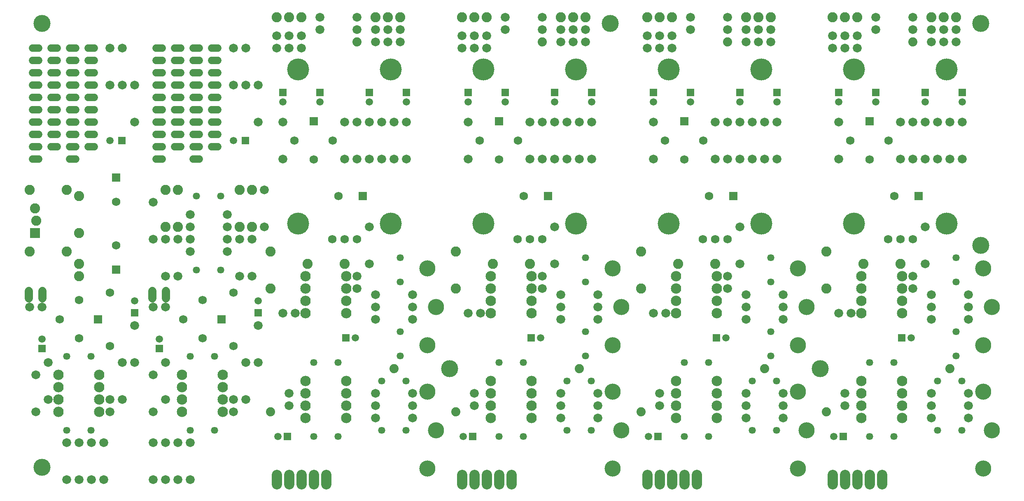
<source format=gbs>
G75*
%MOIN*%
%OFA0B0*%
%FSLAX25Y25*%
%IPPOS*%
%LPD*%
%AMOC8*
5,1,8,0,0,1.08239X$1,22.5*
%
%ADD10C,0.07200*%
%ADD11C,0.13068*%
%ADD12C,0.07400*%
%ADD13C,0.05753*%
%ADD14C,0.08400*%
%ADD15C,0.08200*%
%ADD16R,0.05950X0.05950*%
%ADD17C,0.05950*%
%ADD18C,0.06800*%
%ADD19C,0.17800*%
%ADD20R,0.06800X0.06800*%
%ADD21C,0.06800*%
%ADD22C,0.06000*%
%ADD23C,0.13800*%
%ADD24C,0.08200*%
%ADD25R,0.08200X0.08200*%
D10*
X0117595Y0295000D03*
X0127595Y0295000D03*
X0137595Y0295000D03*
X0147595Y0295000D03*
X0147595Y0325000D03*
X0137595Y0325000D03*
X0127595Y0325000D03*
X0117595Y0325000D03*
X0092595Y0350000D03*
X0102595Y0360000D03*
X0092595Y0380000D03*
X0102595Y0390000D03*
X0152595Y0360000D03*
X0152595Y0350000D03*
X0162595Y0360000D03*
X0187595Y0350000D03*
X0197595Y0360000D03*
X0187595Y0380000D03*
X0197595Y0390000D03*
X0172595Y0390000D03*
X0162595Y0390000D03*
X0172595Y0420000D03*
X0187595Y0435000D03*
X0197595Y0435000D03*
X0197595Y0460000D03*
X0207595Y0460000D03*
X0217595Y0480000D03*
X0217595Y0490000D03*
X0207595Y0490000D03*
X0197595Y0490000D03*
X0187595Y0490000D03*
X0187595Y0520000D03*
X0217595Y0510000D03*
X0217595Y0500000D03*
X0247595Y0500000D03*
X0247595Y0490000D03*
X0247595Y0480000D03*
X0257595Y0490000D03*
X0267595Y0490000D03*
X0277595Y0500000D03*
X0247595Y0510000D03*
X0277595Y0530000D03*
X0292595Y0555000D03*
X0292595Y0585000D03*
X0272595Y0585000D03*
X0272595Y0615000D03*
X0262595Y0615000D03*
X0252595Y0615000D03*
X0252595Y0645000D03*
X0262595Y0645000D03*
X0287595Y0645000D03*
X0287595Y0655000D03*
X0297595Y0655000D03*
X0297595Y0645000D03*
X0307595Y0645000D03*
X0307595Y0655000D03*
X0322595Y0660000D03*
X0322595Y0670000D03*
X0352595Y0670000D03*
X0352595Y0660000D03*
X0367595Y0660000D03*
X0377595Y0660000D03*
X0387595Y0660000D03*
X0387595Y0650000D03*
X0377595Y0650000D03*
X0367595Y0650000D03*
X0437595Y0645000D03*
X0437595Y0655000D03*
X0447595Y0655000D03*
X0447595Y0645000D03*
X0457595Y0645000D03*
X0457595Y0655000D03*
X0472595Y0660000D03*
X0472595Y0670000D03*
X0502595Y0670000D03*
X0502595Y0660000D03*
X0517595Y0660000D03*
X0527595Y0660000D03*
X0537595Y0660000D03*
X0537595Y0650000D03*
X0527595Y0650000D03*
X0517595Y0650000D03*
X0587595Y0645000D03*
X0587595Y0655000D03*
X0597595Y0655000D03*
X0597595Y0645000D03*
X0607595Y0645000D03*
X0607595Y0655000D03*
X0622595Y0660000D03*
X0622595Y0670000D03*
X0652595Y0670000D03*
X0652595Y0660000D03*
X0667595Y0660000D03*
X0677595Y0660000D03*
X0687595Y0660000D03*
X0687595Y0650000D03*
X0677595Y0650000D03*
X0667595Y0650000D03*
X0737595Y0645000D03*
X0737595Y0655000D03*
X0747595Y0655000D03*
X0747595Y0645000D03*
X0757595Y0645000D03*
X0757595Y0655000D03*
X0772595Y0660000D03*
X0772595Y0670000D03*
X0802595Y0670000D03*
X0802595Y0660000D03*
X0817595Y0660000D03*
X0827595Y0660000D03*
X0837595Y0660000D03*
X0837595Y0650000D03*
X0827595Y0650000D03*
X0817595Y0650000D03*
X0812595Y0585000D03*
X0802595Y0585000D03*
X0792595Y0585000D03*
X0792595Y0555000D03*
X0802595Y0555000D03*
X0812595Y0555000D03*
X0822595Y0555000D03*
X0832595Y0555000D03*
X0842595Y0555000D03*
X0842595Y0585000D03*
X0832595Y0585000D03*
X0822595Y0585000D03*
X0742595Y0585000D03*
X0742595Y0555000D03*
X0692595Y0555000D03*
X0682595Y0555000D03*
X0672595Y0555000D03*
X0662595Y0555000D03*
X0652595Y0555000D03*
X0642595Y0555000D03*
X0642595Y0585000D03*
X0652595Y0585000D03*
X0662595Y0585000D03*
X0672595Y0585000D03*
X0682595Y0585000D03*
X0692595Y0585000D03*
X0592595Y0585000D03*
X0592595Y0555000D03*
X0542595Y0555000D03*
X0532595Y0555000D03*
X0522595Y0555000D03*
X0512595Y0555000D03*
X0502595Y0555000D03*
X0492595Y0555000D03*
X0492595Y0585000D03*
X0502595Y0585000D03*
X0512595Y0585000D03*
X0522595Y0585000D03*
X0532595Y0585000D03*
X0542595Y0585000D03*
X0442595Y0585000D03*
X0442595Y0555000D03*
X0392595Y0555000D03*
X0382595Y0555000D03*
X0372595Y0555000D03*
X0362595Y0555000D03*
X0352595Y0555000D03*
X0342595Y0555000D03*
X0342595Y0585000D03*
X0352595Y0585000D03*
X0362595Y0585000D03*
X0372595Y0585000D03*
X0382595Y0585000D03*
X0392595Y0585000D03*
X0362595Y0500000D03*
X0362595Y0470000D03*
X0352595Y0460000D03*
X0352595Y0450000D03*
X0367595Y0445000D03*
X0367595Y0435000D03*
X0367595Y0425000D03*
X0397595Y0425000D03*
X0397595Y0435000D03*
X0397595Y0445000D03*
X0442595Y0430000D03*
X0452595Y0430000D03*
X0502595Y0450000D03*
X0502595Y0460000D03*
X0512595Y0470000D03*
X0517595Y0445000D03*
X0517595Y0435000D03*
X0517595Y0425000D03*
X0547595Y0425000D03*
X0547595Y0435000D03*
X0547595Y0445000D03*
X0592595Y0430000D03*
X0602595Y0430000D03*
X0652595Y0450000D03*
X0652595Y0460000D03*
X0662595Y0470000D03*
X0667595Y0445000D03*
X0667595Y0435000D03*
X0667595Y0425000D03*
X0697595Y0425000D03*
X0697595Y0435000D03*
X0697595Y0445000D03*
X0742595Y0430000D03*
X0752595Y0430000D03*
X0802595Y0450000D03*
X0802595Y0460000D03*
X0812595Y0470000D03*
X0817595Y0445000D03*
X0817595Y0435000D03*
X0817595Y0425000D03*
X0847595Y0425000D03*
X0847595Y0435000D03*
X0847595Y0445000D03*
X0812595Y0500000D03*
X0662595Y0500000D03*
X0512595Y0500000D03*
X0517595Y0365000D03*
X0517595Y0355000D03*
X0517595Y0345000D03*
X0547595Y0345000D03*
X0547595Y0355000D03*
X0547595Y0365000D03*
X0597595Y0365000D03*
X0597595Y0355000D03*
X0667595Y0355000D03*
X0667595Y0345000D03*
X0667595Y0365000D03*
X0697595Y0365000D03*
X0697595Y0355000D03*
X0697595Y0345000D03*
X0747595Y0355000D03*
X0747595Y0365000D03*
X0817595Y0365000D03*
X0817595Y0355000D03*
X0817595Y0345000D03*
X0847595Y0345000D03*
X0847595Y0355000D03*
X0847595Y0365000D03*
X0447595Y0365000D03*
X0447595Y0355000D03*
X0397595Y0355000D03*
X0397595Y0345000D03*
X0397595Y0365000D03*
X0367595Y0365000D03*
X0367595Y0355000D03*
X0367595Y0345000D03*
X0297595Y0355000D03*
X0297595Y0365000D03*
X0262595Y0360000D03*
X0252595Y0360000D03*
X0252595Y0350000D03*
X0262595Y0390000D03*
X0272595Y0390000D03*
X0272595Y0420000D03*
X0292595Y0430000D03*
X0302595Y0430000D03*
X0267595Y0460000D03*
X0257595Y0460000D03*
X0097595Y0435000D03*
X0087595Y0435000D03*
X0187595Y0325000D03*
X0197595Y0325000D03*
X0207595Y0325000D03*
X0217595Y0325000D03*
X0217595Y0295000D03*
X0207595Y0295000D03*
X0197595Y0295000D03*
X0187595Y0295000D03*
X0172595Y0585000D03*
X0172595Y0615000D03*
X0162595Y0615000D03*
X0152595Y0615000D03*
X0152595Y0645000D03*
X0162595Y0645000D03*
D11*
X0409676Y0466280D03*
X0416611Y0435000D03*
X0409676Y0403720D03*
X0409676Y0366280D03*
X0416611Y0335000D03*
X0409676Y0303720D03*
X0559676Y0303720D03*
X0566611Y0335000D03*
X0559676Y0366280D03*
X0559676Y0403720D03*
X0566611Y0435000D03*
X0559676Y0466280D03*
X0709676Y0466280D03*
X0716611Y0435000D03*
X0709676Y0403720D03*
X0709676Y0366280D03*
X0716611Y0335000D03*
X0709676Y0303720D03*
X0859676Y0303720D03*
X0866611Y0335000D03*
X0859676Y0366280D03*
X0859676Y0403720D03*
X0866611Y0435000D03*
X0859676Y0466280D03*
D12*
X0832595Y0385000D03*
X0732595Y0350000D03*
X0682595Y0385000D03*
X0582595Y0350000D03*
X0532595Y0385000D03*
X0432595Y0350000D03*
X0382595Y0385000D03*
X0282595Y0350000D03*
X0352595Y0650000D03*
X0502595Y0650000D03*
X0652595Y0650000D03*
X0802595Y0650000D03*
D13*
X0837595Y0474843D03*
X0837595Y0455157D03*
X0837595Y0414843D03*
X0837595Y0395157D03*
X0842438Y0375000D03*
X0822753Y0375000D03*
X0787438Y0390000D03*
X0767753Y0390000D03*
X0822753Y0335000D03*
X0842438Y0335000D03*
X0787438Y0330000D03*
X0767753Y0330000D03*
X0692438Y0335000D03*
X0672753Y0335000D03*
X0637438Y0330000D03*
X0617753Y0330000D03*
X0672753Y0375000D03*
X0692438Y0375000D03*
X0687595Y0395157D03*
X0687595Y0414843D03*
X0687595Y0455157D03*
X0687595Y0474843D03*
X0637438Y0390000D03*
X0617753Y0390000D03*
X0542438Y0375000D03*
X0522753Y0375000D03*
X0537595Y0395157D03*
X0537595Y0414843D03*
X0487438Y0390000D03*
X0467753Y0390000D03*
X0392438Y0375000D03*
X0372753Y0375000D03*
X0387595Y0395157D03*
X0387595Y0414843D03*
X0337438Y0390000D03*
X0317753Y0390000D03*
X0372753Y0335000D03*
X0392438Y0335000D03*
X0337438Y0330000D03*
X0317753Y0330000D03*
X0237438Y0335000D03*
X0217753Y0335000D03*
X0217753Y0395000D03*
X0237438Y0395000D03*
X0242438Y0465000D03*
X0222753Y0465000D03*
X0222753Y0525000D03*
X0242438Y0525000D03*
X0387595Y0474843D03*
X0387595Y0455157D03*
X0537595Y0455157D03*
X0537595Y0474843D03*
X0542438Y0335000D03*
X0522753Y0335000D03*
X0487438Y0330000D03*
X0467753Y0330000D03*
X0137438Y0335000D03*
X0117753Y0335000D03*
X0117753Y0395000D03*
X0137438Y0395000D03*
D14*
X0144095Y0380000D03*
X0144095Y0370000D03*
X0144095Y0360000D03*
X0144095Y0350000D03*
X0111095Y0350000D03*
X0111095Y0360000D03*
X0111095Y0370000D03*
X0111095Y0380000D03*
X0211095Y0380000D03*
X0211095Y0370000D03*
X0211095Y0360000D03*
X0211095Y0350000D03*
X0244095Y0350000D03*
X0244095Y0360000D03*
X0244095Y0370000D03*
X0244095Y0380000D03*
X0311095Y0375000D03*
X0311095Y0365000D03*
X0311095Y0355000D03*
X0311095Y0345000D03*
X0344095Y0345000D03*
X0344095Y0355000D03*
X0344095Y0365000D03*
X0344095Y0375000D03*
X0344095Y0430000D03*
X0344095Y0440000D03*
X0344095Y0450000D03*
X0344095Y0460000D03*
X0311095Y0460000D03*
X0311095Y0450000D03*
X0311095Y0440000D03*
X0311095Y0430000D03*
X0461095Y0430000D03*
X0461095Y0440000D03*
X0461095Y0450000D03*
X0461095Y0460000D03*
X0494095Y0460000D03*
X0494095Y0450000D03*
X0494095Y0440000D03*
X0494095Y0430000D03*
X0494095Y0375000D03*
X0494095Y0365000D03*
X0494095Y0355000D03*
X0494095Y0345000D03*
X0461095Y0345000D03*
X0461095Y0355000D03*
X0461095Y0365000D03*
X0461095Y0375000D03*
X0611095Y0375000D03*
X0611095Y0365000D03*
X0611095Y0355000D03*
X0611095Y0345000D03*
X0644095Y0345000D03*
X0644095Y0355000D03*
X0644095Y0365000D03*
X0644095Y0375000D03*
X0644095Y0430000D03*
X0644095Y0440000D03*
X0644095Y0450000D03*
X0644095Y0460000D03*
X0611095Y0460000D03*
X0611095Y0450000D03*
X0611095Y0440000D03*
X0611095Y0430000D03*
X0761095Y0430000D03*
X0761095Y0440000D03*
X0761095Y0450000D03*
X0761095Y0460000D03*
X0794095Y0460000D03*
X0794095Y0450000D03*
X0794095Y0440000D03*
X0794095Y0430000D03*
X0794095Y0375000D03*
X0794095Y0365000D03*
X0794095Y0355000D03*
X0794095Y0345000D03*
X0761095Y0345000D03*
X0761095Y0355000D03*
X0761095Y0365000D03*
X0761095Y0375000D03*
D15*
X0732595Y0450000D03*
X0762595Y0470000D03*
X0792595Y0470000D03*
X0732595Y0480000D03*
X0642595Y0470000D03*
X0612595Y0470000D03*
X0582595Y0480000D03*
X0582595Y0450000D03*
X0492595Y0470000D03*
X0462595Y0470000D03*
X0432595Y0480000D03*
X0432595Y0450000D03*
X0342595Y0470000D03*
X0312595Y0470000D03*
X0282595Y0480000D03*
X0267595Y0500000D03*
X0257595Y0500000D03*
X0257595Y0530000D03*
X0267595Y0530000D03*
X0207595Y0530000D03*
X0197595Y0530000D03*
X0197595Y0500000D03*
X0207595Y0500000D03*
X0127595Y0495000D03*
X0117595Y0480000D03*
X0127595Y0470000D03*
X0127595Y0460000D03*
X0087595Y0480000D03*
X0093095Y0505000D03*
X0092095Y0515000D03*
X0087595Y0530000D03*
X0117595Y0530000D03*
X0127595Y0525000D03*
X0282595Y0450000D03*
X0287595Y0670000D03*
X0297595Y0670000D03*
X0307595Y0670000D03*
X0367595Y0670000D03*
X0377595Y0670000D03*
X0387595Y0670000D03*
X0437595Y0670000D03*
X0447595Y0670000D03*
X0457595Y0670000D03*
X0517595Y0670000D03*
X0527595Y0670000D03*
X0537595Y0670000D03*
X0587595Y0670000D03*
X0597595Y0670000D03*
X0607595Y0670000D03*
X0667595Y0670000D03*
X0677595Y0670000D03*
X0687595Y0670000D03*
X0737595Y0670000D03*
X0747595Y0670000D03*
X0757595Y0670000D03*
X0817595Y0670000D03*
X0827595Y0670000D03*
X0837595Y0670000D03*
D16*
X0842595Y0608937D03*
X0812595Y0608937D03*
X0772595Y0608937D03*
X0742595Y0608937D03*
X0692595Y0608937D03*
X0662595Y0608937D03*
X0622595Y0608937D03*
X0592595Y0608937D03*
X0542595Y0608937D03*
X0512595Y0608937D03*
X0472595Y0608937D03*
X0442595Y0608937D03*
X0392595Y0608937D03*
X0362595Y0608937D03*
X0322595Y0608937D03*
X0292595Y0608937D03*
X0262516Y0570000D03*
X0162516Y0570000D03*
X0172595Y0430079D03*
X0192595Y0401063D03*
X0272595Y0430079D03*
X0343658Y0410000D03*
X0296532Y0330000D03*
X0446532Y0330000D03*
X0493658Y0410000D03*
X0596532Y0330000D03*
X0643658Y0410000D03*
X0746532Y0330000D03*
X0793658Y0410000D03*
X0097595Y0401063D03*
D17*
X0097595Y0408937D03*
X0172595Y0439921D03*
X0192595Y0408937D03*
X0272595Y0439921D03*
X0351532Y0410000D03*
X0288658Y0330000D03*
X0438658Y0330000D03*
X0501532Y0410000D03*
X0588658Y0330000D03*
X0651532Y0410000D03*
X0738658Y0330000D03*
X0801532Y0410000D03*
X0812595Y0601063D03*
X0842595Y0601063D03*
X0772595Y0601063D03*
X0742595Y0601063D03*
X0692595Y0601063D03*
X0662595Y0601063D03*
X0622595Y0601063D03*
X0592595Y0601063D03*
X0542595Y0601063D03*
X0512595Y0601063D03*
X0472595Y0601063D03*
X0442595Y0601063D03*
X0392595Y0601063D03*
X0362595Y0601063D03*
X0322595Y0601063D03*
X0292595Y0601063D03*
X0252674Y0570000D03*
X0152674Y0570000D03*
D18*
X0157595Y0520157D03*
X0157595Y0484843D03*
X0152595Y0446654D03*
X0127595Y0440500D03*
X0112095Y0425000D03*
X0127595Y0409500D03*
X0152595Y0403346D03*
X0212095Y0425000D03*
X0227595Y0409500D03*
X0252595Y0403346D03*
X0252595Y0446654D03*
X0227595Y0440500D03*
X0332595Y0490000D03*
X0342595Y0490000D03*
X0352595Y0490000D03*
X0337753Y0525000D03*
X0317595Y0554500D03*
X0302095Y0570000D03*
X0333095Y0570000D03*
X0452095Y0570000D03*
X0467595Y0554500D03*
X0483095Y0570000D03*
X0487753Y0525000D03*
X0492595Y0490000D03*
X0482595Y0490000D03*
X0502595Y0490000D03*
X0602095Y0570000D03*
X0617595Y0554500D03*
X0633095Y0570000D03*
X0637753Y0525000D03*
X0642595Y0490000D03*
X0632595Y0490000D03*
X0652595Y0490000D03*
X0752095Y0570000D03*
X0767595Y0554500D03*
X0783095Y0570000D03*
X0787753Y0525000D03*
X0792595Y0490000D03*
X0782595Y0490000D03*
X0802595Y0490000D03*
D19*
X0830095Y0502500D03*
X0755095Y0502500D03*
X0680095Y0502500D03*
X0605095Y0502500D03*
X0530095Y0502500D03*
X0455095Y0502500D03*
X0380095Y0502500D03*
X0305095Y0502500D03*
X0305095Y0627500D03*
X0380095Y0627500D03*
X0455095Y0627500D03*
X0530095Y0627500D03*
X0605095Y0627500D03*
X0680095Y0627500D03*
X0755095Y0627500D03*
X0830095Y0627500D03*
D20*
X0767595Y0585500D03*
X0807438Y0525000D03*
X0657438Y0525000D03*
X0617595Y0585500D03*
X0507438Y0525000D03*
X0467595Y0585500D03*
X0357438Y0525000D03*
X0317595Y0585500D03*
X0157595Y0539843D03*
X0157595Y0465157D03*
X0143095Y0425000D03*
X0243095Y0425000D03*
D21*
X0198095Y0442000D02*
X0198095Y0448000D01*
X0187095Y0448000D02*
X0187095Y0442000D01*
X0098095Y0442000D02*
X0098095Y0448000D01*
X0087095Y0448000D02*
X0087095Y0442000D01*
D22*
X0089995Y0555000D02*
X0095195Y0555000D01*
X0095195Y0565000D02*
X0089995Y0565000D01*
X0089995Y0575000D02*
X0095195Y0575000D01*
X0104995Y0575000D02*
X0110195Y0575000D01*
X0119995Y0575000D02*
X0125195Y0575000D01*
X0134995Y0575000D02*
X0140195Y0575000D01*
X0140195Y0565000D02*
X0134995Y0565000D01*
X0125195Y0565000D02*
X0119995Y0565000D01*
X0110195Y0565000D02*
X0104995Y0565000D01*
X0119995Y0555000D02*
X0125195Y0555000D01*
X0125195Y0585000D02*
X0119995Y0585000D01*
X0110195Y0585000D02*
X0104995Y0585000D01*
X0095195Y0585000D02*
X0089995Y0585000D01*
X0089995Y0595000D02*
X0095195Y0595000D01*
X0104995Y0595000D02*
X0110195Y0595000D01*
X0119995Y0595000D02*
X0125195Y0595000D01*
X0134995Y0595000D02*
X0140195Y0595000D01*
X0140195Y0605000D02*
X0134995Y0605000D01*
X0125195Y0605000D02*
X0119995Y0605000D01*
X0110195Y0605000D02*
X0104995Y0605000D01*
X0095195Y0605000D02*
X0089995Y0605000D01*
X0089995Y0615000D02*
X0095195Y0615000D01*
X0104995Y0615000D02*
X0110195Y0615000D01*
X0119995Y0615000D02*
X0125195Y0615000D01*
X0134995Y0615000D02*
X0140195Y0615000D01*
X0140195Y0625000D02*
X0134995Y0625000D01*
X0125195Y0625000D02*
X0119995Y0625000D01*
X0110195Y0625000D02*
X0104995Y0625000D01*
X0095195Y0625000D02*
X0089995Y0625000D01*
X0089995Y0635000D02*
X0095195Y0635000D01*
X0104995Y0635000D02*
X0110195Y0635000D01*
X0119995Y0635000D02*
X0125195Y0635000D01*
X0134995Y0635000D02*
X0140195Y0635000D01*
X0140195Y0645000D02*
X0134995Y0645000D01*
X0125195Y0645000D02*
X0119995Y0645000D01*
X0110195Y0645000D02*
X0104995Y0645000D01*
X0095195Y0645000D02*
X0089995Y0645000D01*
X0134995Y0585000D02*
X0140195Y0585000D01*
X0189995Y0585000D02*
X0195195Y0585000D01*
X0204995Y0585000D02*
X0210195Y0585000D01*
X0219995Y0585000D02*
X0225195Y0585000D01*
X0234995Y0585000D02*
X0240195Y0585000D01*
X0240195Y0575000D02*
X0234995Y0575000D01*
X0225195Y0575000D02*
X0219995Y0575000D01*
X0210195Y0575000D02*
X0204995Y0575000D01*
X0195195Y0575000D02*
X0189995Y0575000D01*
X0189995Y0565000D02*
X0195195Y0565000D01*
X0204995Y0565000D02*
X0210195Y0565000D01*
X0219995Y0565000D02*
X0225195Y0565000D01*
X0234995Y0565000D02*
X0240195Y0565000D01*
X0225195Y0555000D02*
X0219995Y0555000D01*
X0195195Y0555000D02*
X0189995Y0555000D01*
X0189995Y0595000D02*
X0195195Y0595000D01*
X0204995Y0595000D02*
X0210195Y0595000D01*
X0219995Y0595000D02*
X0225195Y0595000D01*
X0234995Y0595000D02*
X0240195Y0595000D01*
X0240195Y0605000D02*
X0234995Y0605000D01*
X0225195Y0605000D02*
X0219995Y0605000D01*
X0210195Y0605000D02*
X0204995Y0605000D01*
X0195195Y0605000D02*
X0189995Y0605000D01*
X0189995Y0615000D02*
X0195195Y0615000D01*
X0204995Y0615000D02*
X0210195Y0615000D01*
X0219995Y0615000D02*
X0225195Y0615000D01*
X0234995Y0615000D02*
X0240195Y0615000D01*
X0240195Y0625000D02*
X0234995Y0625000D01*
X0225195Y0625000D02*
X0219995Y0625000D01*
X0210195Y0625000D02*
X0204995Y0625000D01*
X0195195Y0625000D02*
X0189995Y0625000D01*
X0189995Y0635000D02*
X0195195Y0635000D01*
X0204995Y0635000D02*
X0210195Y0635000D01*
X0219995Y0635000D02*
X0225195Y0635000D01*
X0234995Y0635000D02*
X0240195Y0635000D01*
X0240195Y0645000D02*
X0234995Y0645000D01*
X0225195Y0645000D02*
X0219995Y0645000D01*
X0210195Y0645000D02*
X0204995Y0645000D01*
X0195195Y0645000D02*
X0189995Y0645000D01*
D23*
X0097595Y0665000D03*
X0427595Y0385000D03*
X0727595Y0385000D03*
X0857595Y0485000D03*
X0857595Y0665000D03*
X0557595Y0665000D03*
X0097595Y0305000D03*
D24*
X0287595Y0298700D02*
X0287595Y0291300D01*
X0297595Y0291300D02*
X0297595Y0298700D01*
X0307595Y0298700D02*
X0307595Y0291300D01*
X0317595Y0291300D02*
X0317595Y0298700D01*
X0327595Y0298700D02*
X0327595Y0291300D01*
X0437595Y0291300D02*
X0437595Y0298700D01*
X0447595Y0298700D02*
X0447595Y0291300D01*
X0457595Y0291300D02*
X0457595Y0298700D01*
X0467595Y0298700D02*
X0467595Y0291300D01*
X0477595Y0291300D02*
X0477595Y0298700D01*
X0587595Y0298700D02*
X0587595Y0291300D01*
X0597595Y0291300D02*
X0597595Y0298700D01*
X0607595Y0298700D02*
X0607595Y0291300D01*
X0617595Y0291300D02*
X0617595Y0298700D01*
X0627595Y0298700D02*
X0627595Y0291300D01*
X0737595Y0291300D02*
X0737595Y0298700D01*
X0747595Y0298700D02*
X0747595Y0291300D01*
X0757595Y0291300D02*
X0757595Y0298700D01*
X0767595Y0298700D02*
X0767595Y0291300D01*
X0777595Y0291300D02*
X0777595Y0298700D01*
D25*
X0092095Y0495000D03*
M02*

</source>
